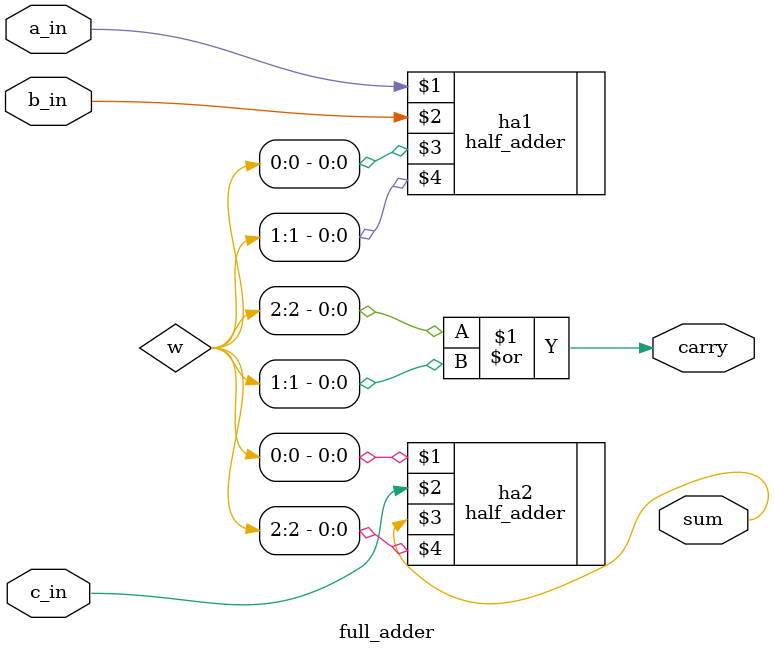
<source format=v>
`timescale 1ns / 1ps



module full_adder(input a_in,b_in,c_in ,output sum,carry);

wire [2:0]w;

half_adder ha1 (a_in,b_in,w[0],w[1]);
half_adder ha2 (w[0],c_in,sum,w[2]);

assign carry=w[2]|w[1];

endmodule

</source>
